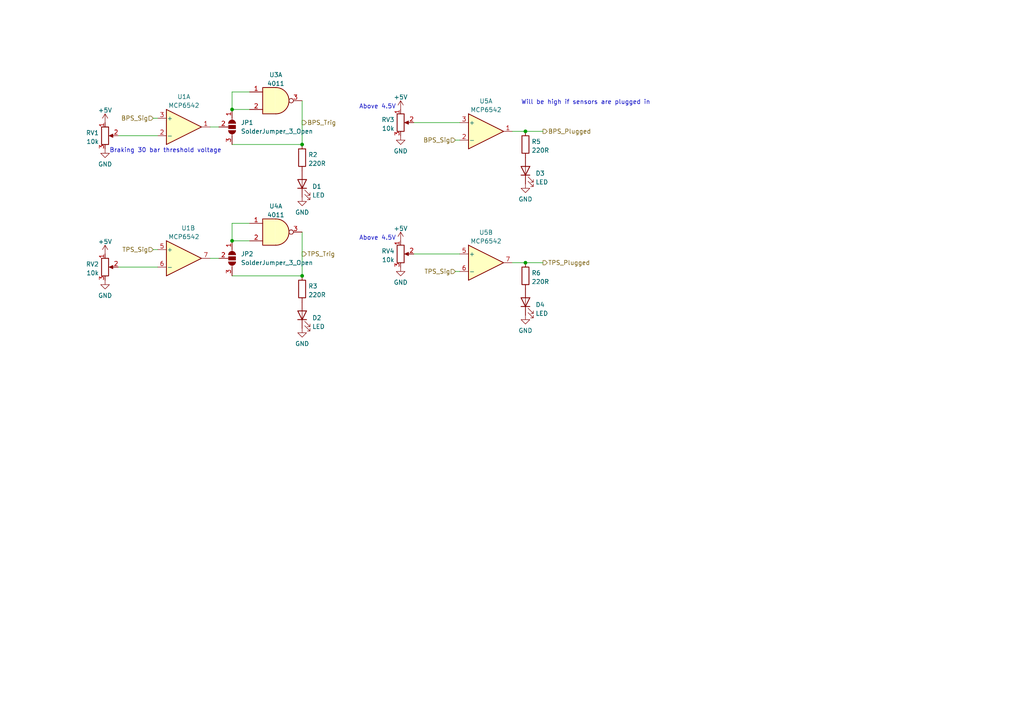
<source format=kicad_sch>
(kicad_sch (version 20230121) (generator eeschema)
  (paper "A4")
  (lib_symbols
    (symbol "4xxx:4011" (pin_names (offset 1.016))
      (property "Reference" "U" (at 0 1.27 0))
      (property "Value" "4011" (at 0 -1.27 0))
      (symbol "4011_1_1"
        (arc (start 0 -3.81) (mid 3.7934 0) (end 0 3.81) (stroke (width 0.254)) (fill (type background)))
        (polyline (pts (xy 0 3.81) (xy -3.81 3.81) (xy -3.81 -3.81) (xy 0 -3.81)) (stroke (width 0.254)) (fill (type background)))
        (pin input line (at -7.62 2.54 0) (length 3.81) (name "~") (number "1"))
        (pin input line (at -7.62 -2.54 0) (length 3.81) (name "~") (number "2"))
        (pin output inverted (at 7.62 0 180) (length 3.81) (name "~") (number "3"))
      )
      (symbol "4011_1_2"
        (arc (start -3.81 -3.81) (mid -2.589 0) (end -3.81 3.81) (stroke (width 0.254)))
        (arc (start -0.6096 -3.81) (mid 2.1842 -2.5851) (end 3.81 0) (stroke (width 0.254)) (fill (type background)))
        (polyline (pts (xy -3.81 -3.81) (xy -0.635 -3.81)) (stroke (width 0.254)) (fill (type background)))
        (polyline (pts (xy -3.81 3.81) (xy -0.635 3.81)) (stroke (width 0.254)) (fill (type background)))
        (polyline (pts (xy -0.635 3.81) (xy -3.81 3.81) (xy -3.81 3.81) (xy -3.556 3.4036) (xy -3.0226 2.2606) (xy -2.6924 1.0414) (xy -2.6162 -0.254) (xy -2.7686 -1.4986) (xy -3.175 -2.7178) (xy -3.81 -3.81) (xy -3.81 -3.81) (xy -0.635 -3.81)) (stroke (width -25.4)) (fill (type background)))
        (arc (start 3.81 0) (mid 2.1915 2.5936) (end -0.6096 3.81) (stroke (width 0.254)) (fill (type background)))
        (pin input inverted (at -7.62 2.54 0) (length 4.318) (name "~") (number "1"))
        (pin input inverted (at -7.62 -2.54 0) (length 4.318) (name "~") (number "2"))
        (pin output line (at 7.62 0 180) (length 3.81) (name "~") (number "3"))
      )
      (symbol "4011_2_1"
        (arc (start 0 -3.81) (mid 3.7934 0) (end 0 3.81) (stroke (width 0.254)) (fill (type background)))
        (polyline (pts (xy 0 3.81) (xy -3.81 3.81) (xy -3.81 -3.81) (xy 0 -3.81)) (stroke (width 0.254)) (fill (type background)))
        (pin output inverted (at 7.62 0 180) (length 3.81) (name "~") (number "4"))
        (pin input line (at -7.62 2.54 0) (length 3.81) (name "~") (number "5"))
        (pin input line (at -7.62 -2.54 0) (length 3.81) (name "~") (number "6"))
      )
      (symbol "4011_2_2"
        (arc (start -3.81 -3.81) (mid -2.589 0) (end -3.81 3.81) (stroke (width 0.254)))
        (arc (start -0.6096 -3.81) (mid 2.1842 -2.5851) (end 3.81 0) (stroke (width 0.254)) (fill (type background)))
        (polyline (pts (xy -3.81 -3.81) (xy -0.635 -3.81)) (stroke (width 0.254)) (fill (type background)))
        (polyline (pts (xy -3.81 3.81) (xy -0.635 3.81)) (stroke (width 0.254)) (fill (type background)))
        (polyline (pts (xy -0.635 3.81) (xy -3.81 3.81) (xy -3.81 3.81) (xy -3.556 3.4036) (xy -3.0226 2.2606) (xy -2.6924 1.0414) (xy -2.6162 -0.254) (xy -2.7686 -1.4986) (xy -3.175 -2.7178) (xy -3.81 -3.81) (xy -3.81 -3.81) (xy -0.635 -3.81)) (stroke (width -25.4)) (fill (type background)))
        (arc (start 3.81 0) (mid 2.1915 2.5936) (end -0.6096 3.81) (stroke (width 0.254)) (fill (type background)))
        (pin output line (at 7.62 0 180) (length 3.81) (name "~") (number "4"))
        (pin input inverted (at -7.62 2.54 0) (length 4.318) (name "~") (number "5"))
        (pin input inverted (at -7.62 -2.54 0) (length 4.318) (name "~") (number "6"))
      )
      (symbol "4011_3_1"
        (arc (start 0 -3.81) (mid 3.7934 0) (end 0 3.81) (stroke (width 0.254)) (fill (type background)))
        (polyline (pts (xy 0 3.81) (xy -3.81 3.81) (xy -3.81 -3.81) (xy 0 -3.81)) (stroke (width 0.254)) (fill (type background)))
        (pin output inverted (at 7.62 0 180) (length 3.81) (name "~") (number "10"))
        (pin input line (at -7.62 2.54 0) (length 3.81) (name "~") (number "8"))
        (pin input line (at -7.62 -2.54 0) (length 3.81) (name "~") (number "9"))
      )
      (symbol "4011_3_2"
        (arc (start -3.81 -3.81) (mid -2.589 0) (end -3.81 3.81) (stroke (width 0.254)))
        (arc (start -0.6096 -3.81) (mid 2.1842 -2.5851) (end 3.81 0) (stroke (width 0.254)) (fill (type background)))
        (polyline (pts (xy -3.81 -3.81) (xy -0.635 -3.81)) (stroke (width 0.254)) (fill (type background)))
        (polyline (pts (xy -3.81 3.81) (xy -0.635 3.81)) (stroke (width 0.254)) (fill (type background)))
        (polyline (pts (xy -0.635 3.81) (xy -3.81 3.81) (xy -3.81 3.81) (xy -3.556 3.4036) (xy -3.0226 2.2606) (xy -2.6924 1.0414) (xy -2.6162 -0.254) (xy -2.7686 -1.4986) (xy -3.175 -2.7178) (xy -3.81 -3.81) (xy -3.81 -3.81) (xy -0.635 -3.81)) (stroke (width -25.4)) (fill (type background)))
        (arc (start 3.81 0) (mid 2.1915 2.5936) (end -0.6096 3.81) (stroke (width 0.254)) (fill (type background)))
        (pin output line (at 7.62 0 180) (length 3.81) (name "~") (number "10"))
        (pin input inverted (at -7.62 2.54 0) (length 4.318) (name "~") (number "8"))
        (pin input inverted (at -7.62 -2.54 0) (length 4.318) (name "~") (number "9"))
      )
      (symbol "4011_4_1"
        (arc (start 0 -3.81) (mid 3.7934 0) (end 0 3.81) (stroke (width 0.254)) (fill (type background)))
        (polyline (pts (xy 0 3.81) (xy -3.81 3.81) (xy -3.81 -3.81) (xy 0 -3.81)) (stroke (width 0.254)) (fill (type background)))
        (pin output inverted (at 7.62 0 180) (length 3.81) (name "~") (number "11"))
        (pin input line (at -7.62 2.54 0) (length 3.81) (name "~") (number "12"))
        (pin input line (at -7.62 -2.54 0) (length 3.81) (name "~") (number "13"))
      )
      (symbol "4011_4_2"
        (arc (start -3.81 -3.81) (mid -2.589 0) (end -3.81 3.81) (stroke (width 0.254)))
        (arc (start -0.6096 -3.81) (mid 2.1842 -2.5851) (end 3.81 0) (stroke (width 0.254)) (fill (type background)))
        (polyline (pts (xy -3.81 -3.81) (xy -0.635 -3.81)) (stroke (width 0.254)) (fill (type background)))
        (polyline (pts (xy -3.81 3.81) (xy -0.635 3.81)) (stroke (width 0.254)) (fill (type background)))
        (polyline (pts (xy -0.635 3.81) (xy -3.81 3.81) (xy -3.81 3.81) (xy -3.556 3.4036) (xy -3.0226 2.2606) (xy -2.6924 1.0414) (xy -2.6162 -0.254) (xy -2.7686 -1.4986) (xy -3.175 -2.7178) (xy -3.81 -3.81) (xy -3.81 -3.81) (xy -0.635 -3.81)) (stroke (width -25.4)) (fill (type background)))
        (arc (start 3.81 0) (mid 2.1915 2.5936) (end -0.6096 3.81) (stroke (width 0.254)) (fill (type background)))
        (pin output line (at 7.62 0 180) (length 3.81) (name "~") (number "11"))
        (pin input inverted (at -7.62 2.54 0) (length 4.318) (name "~") (number "12"))
        (pin input inverted (at -7.62 -2.54 0) (length 4.318) (name "~") (number "13"))
      )
      (symbol "4011_5_0"
        (pin power_in line (at 0 12.7 270) (length 5.08) (name "VDD") (number "14"))
        (pin power_in line (at 0 -12.7 90) (length 5.08) (name "VSS") (number "7"))
      )
      (symbol "4011_5_1"
        (rectangle (start -5.08 7.62) (end 5.08 -7.62) (stroke (width 0.254)) (fill (type background)))
      )
    )
    (symbol "Additional_Components:MCP6542" (pin_names (offset 0.127))
      (property "Reference" "U" (at 0 5.08 0))
      (property "Value" "MCP6542" (at 0 -5.08 0))
      (symbol "MCP6542_1_1"
        (polyline (pts (xy -5.08 5.08) (xy 5.08 0) (xy -5.08 -5.08) (xy -5.08 5.08)) (stroke (width 0.254)) (fill (type background)))
        (pin output line (at 7.62 0 180) (length 2.54) (name "~") (number "1"))
        (pin input line (at -7.62 -2.54 0) (length 2.54) (name "-") (number "2"))
        (pin input line (at -7.62 2.54 0) (length 2.54) (name "+") (number "3"))
      )
      (symbol "MCP6542_2_1"
        (polyline (pts (xy -5.08 5.08) (xy 5.08 0) (xy -5.08 -5.08) (xy -5.08 5.08)) (stroke (width 0.254)) (fill (type background)))
        (pin input line (at -7.62 2.54 0) (length 2.54) (name "+") (number "5"))
        (pin input line (at -7.62 -2.54 0) (length 2.54) (name "-") (number "6"))
        (pin output line (at 7.62 0 180) (length 2.54) (name "~") (number "7"))
      )
      (symbol "MCP6542_3_1"
        (polyline (pts (xy -5.08 5.08) (xy 5.08 0) (xy -5.08 -5.08) (xy -5.08 5.08)) (stroke (width 0.254)) (fill (type background)))
        (pin power_in line (at -5.08 -7.62 90) (length 2.54) (name "Vss") (number "4"))
        (pin power_in line (at -5.08 7.62 270) (length 2.54) (name "Vdd") (number "8"))
      )
    )
    (symbol "Device:LED" (pin_numbers hide) (pin_names (offset 1.016) hide)
      (property "Reference" "D" (at 0 2.54 0))
      (property "Value" "LED" (at 0 -2.54 0))
      (symbol "LED_0_1"
        (polyline (pts (xy -1.27 -1.27) (xy -1.27 1.27)) (stroke (width 0.254)))
        (polyline (pts (xy -1.27 0) (xy 1.27 0)))
        (polyline (pts (xy 1.27 -1.27) (xy 1.27 1.27) (xy -1.27 0) (xy 1.27 -1.27)) (stroke (width 0.254)))
        (polyline (pts (xy -3.048 -0.762) (xy -4.572 -2.286) (xy -3.81 -2.286) (xy -4.572 -2.286) (xy -4.572 -1.524)))
        (polyline (pts (xy -1.778 -0.762) (xy -3.302 -2.286) (xy -2.54 -2.286) (xy -3.302 -2.286) (xy -3.302 -1.524)))
      )
      (symbol "LED_1_1"
        (pin passive line (at -3.81 0 0) (length 2.54) (name "K") (number "1"))
        (pin passive line (at 3.81 0 180) (length 2.54) (name "A") (number "2"))
      )
    )
    (symbol "Device:R" (pin_numbers hide) (pin_names (offset 0))
      (property "Reference" "R" (at 2.032 0 90))
      (property "Value" "R" (at 0 0 90))
      (symbol "R_0_1"
        (rectangle (start -1.016 -2.54) (end 1.016 2.54) (stroke (width 0.254)))
      )
      (symbol "R_1_1"
        (pin passive line (at 0 3.81 270) (length 1.27) (name "~") (number "1"))
        (pin passive line (at 0 -3.81 90) (length 1.27) (name "~") (number "2"))
      )
    )
    (symbol "Device:R_Potentiometer" (pin_names (offset 1.016) hide)
      (property "Reference" "RV" (at -4.445 0 90))
      (property "Value" "R_Potentiometer" (at -2.54 0 90))
      (symbol "R_Potentiometer_0_1"
        (polyline (pts (xy 2.54 0) (xy 1.524 0)))
        (polyline (pts (xy 1.143 0) (xy 2.286 0.508) (xy 2.286 -0.508) (xy 1.143 0)) (fill (type outline)))
        (rectangle (start 1.016 2.54) (end -1.016 -2.54) (stroke (width 0.254)))
      )
      (symbol "R_Potentiometer_1_1"
        (pin passive line (at 0 3.81 270) (length 1.27) (name "1") (number "1"))
        (pin passive line (at 3.81 0 180) (length 1.27) (name "2") (number "2"))
        (pin passive line (at 0 -3.81 90) (length 1.27) (name "3") (number "3"))
      )
    )
    (symbol "Jumper:SolderJumper_3_Open" (pin_names (offset 0) hide)
      (property "Reference" "JP" (at -2.54 -2.54 0))
      (property "Value" "SolderJumper_3_Open" (at 0 2.794 0))
      (symbol "SolderJumper_3_Open_0_1"
        (arc (start -1.016 1.016) (mid -2.0276 0) (end -1.016 -1.016))
        (arc (start -1.016 1.016) (mid -2.0276 0) (end -1.016 -1.016) (fill (type outline)))
        (rectangle (start -0.508 1.016) (end 0.508 -1.016) (fill (type outline)))
        (polyline (pts (xy -2.54 0) (xy -2.032 0)))
        (polyline (pts (xy -1.016 1.016) (xy -1.016 -1.016)))
        (polyline (pts (xy 0 -1.27) (xy 0 -1.016)))
        (polyline (pts (xy 1.016 1.016) (xy 1.016 -1.016)))
        (polyline (pts (xy 2.54 0) (xy 2.032 0)))
        (arc (start 1.016 -1.016) (mid 2.0276 0) (end 1.016 1.016))
        (arc (start 1.016 -1.016) (mid 2.0276 0) (end 1.016 1.016) (fill (type outline)))
      )
      (symbol "SolderJumper_3_Open_1_1"
        (pin passive line (at -5.08 0 0) (length 2.54) (name "A") (number "1"))
        (pin passive line (at 0 -3.81 90) (length 2.54) (name "C") (number "2"))
        (pin passive line (at 5.08 0 180) (length 2.54) (name "B") (number "3"))
      )
    )
    (symbol "power:+5V" (power) (pin_names (offset 0))
      (property "Value" "+5V" (at 0 3.556 0))
      (symbol "+5V_0_1"
        (polyline (pts (xy -0.762 1.27) (xy 0 2.54)))
        (polyline (pts (xy 0 0) (xy 0 2.54)))
        (polyline (pts (xy 0 2.54) (xy 0.762 1.27)))
      )
      (symbol "+5V_1_1"
        (pin power_in line (at 0 0 90) (length 0) hide (name "+5V") (number "1"))
      )
    )
    (symbol "power:GND" (power) (pin_names (offset 0))
      (property "Value" "GND" (at 0 -3.81 0))
      (symbol "GND_0_1"
        (polyline (pts (xy 0 0) (xy 0 -1.27) (xy 1.27 -1.27) (xy 0 -2.54) (xy -1.27 -1.27) (xy 0 -1.27)))
      )
      (symbol "GND_1_1"
        (pin power_in line (at 0 0 270) (length 0) hide (name "GND") (number "1"))
      )
    )
  )
  (junction (at 87.63 41.91))
  (junction (at 67.31 31.75))
  (junction (at 152.4 38.1))
  (junction (at 67.31 69.85))
  (junction (at 152.4 76.2))
  (junction (at 87.63 80.01))
  (wire (pts (xy 44.45 34.29) (xy 45.72 34.29)))
  (wire (pts (xy 60.96 74.93) (xy 63.5 74.93)))
  (wire (pts (xy 148.59 38.1) (xy 152.4 38.1)))
  (wire (pts (xy 34.29 39.37) (xy 45.72 39.37)))
  (wire (pts (xy 72.39 64.77) (xy 67.31 64.77)))
  (wire (pts (xy 148.59 76.2) (xy 152.4 76.2)))
  (wire (pts (xy 67.31 80.01) (xy 87.63 80.01)))
  (wire (pts (xy 152.4 38.1) (xy 157.48 38.1)))
  (wire (pts (xy 60.96 36.83) (xy 63.5 36.83)))
  (wire (pts (xy 67.31 69.85) (xy 72.39 69.85)))
  (wire (pts (xy 72.39 26.67) (xy 67.31 26.67)))
  (wire (pts (xy 132.08 78.74) (xy 133.35 78.74)))
  (wire (pts (xy 67.31 41.91) (xy 87.63 41.91)))
  (wire (pts (xy 67.31 26.67) (xy 67.31 31.75)))
  (wire (pts (xy 132.08 40.64) (xy 133.35 40.64)))
  (wire (pts (xy 67.31 31.75) (xy 72.39 31.75)))
  (wire (pts (xy 87.63 29.21) (xy 87.63 41.91)))
  (wire (pts (xy 152.4 76.2) (xy 157.48 76.2)))
  (wire (pts (xy 45.72 72.39) (xy 44.45 72.39)))
  (wire (pts (xy 87.63 67.31) (xy 87.63 80.01)))
  (wire (pts (xy 67.31 64.77) (xy 67.31 69.85)))
  (wire (pts (xy 120.015 73.66) (xy 133.35 73.66)))
  (wire (pts (xy 34.29 77.47) (xy 45.72 77.47)))
  (wire (pts (xy 120.015 35.56) (xy 133.35 35.56)))
  (text "Will be high if sensors are plugged in" (at 151.13 30.48 0) (effects (font (size 1.27 1.27)) (justify left bottom)))
  (text "Above 4.5V" (at 104.14 31.75 0) (effects (font (size 1.27 1.27)) (justify left bottom)))
  (text "Braking 30 bar threshold voltage\n" (at 31.75 44.45 0) (effects (font (size 1.27 1.27)) (justify left bottom)))
  (text "Above 4.5V" (at 104.14 69.85 0) (effects (font (size 1.27 1.27)) (justify left bottom)))
  (hierarchical_label "BPS_Sig" (shape input) (at 132.08 40.64 180))
  (hierarchical_label "TPS_Trig" (shape output) (at 87.63 73.66 0))
  (hierarchical_label "BPS_Plugged" (shape output) (at 157.48 38.1 0))
  (hierarchical_label "BPS_Sig" (shape input) (at 44.45 34.29 180))
  (hierarchical_label "BPS_Trig" (shape output) (at 87.63 35.56 0))
  (hierarchical_label "TPS_Plugged" (shape output) (at 157.48 76.2 0))
  (hierarchical_label "TPS_Sig" (shape input) (at 132.08 78.74 180))
  (hierarchical_label "TPS_Sig" (shape input) (at 44.45 72.39 180))
  (symbol (lib_id "power:GND") (at 116.205 77.47 0) (unit 1)
    (property "Reference" "#PWR019" (effects hide))
    (property "Value" "GND" (at 116.205 81.9134 0))
    (instances (project "New BSPD" (path "" (reference "#PWR019") (unit 1)) (path "" (reference "#PWR017") (unit 1))) (project "BSPD - FSG" (path "" (reference "#PWR041") (unit 1))))
  )
  (symbol (lib_id "Jumper:SolderJumper_3_Open") (at 67.31 74.93 270) (unit 1)
    (property "Reference" "JP2" (at 69.85 73.66 90) (effects (justify left)))
    (property "Value" "SolderJumper_3_Open" (at 69.85 76.2 90) (effects (justify left)))
  )
  (symbol (lib_id "Device:R") (at 87.63 45.72 180) (unit 1)
    (property "Reference" "R2" (at 89.408 44.8853 0) (effects (justify right)))
    (property "Value" "220R" (at 89.408 47.4222 0) (effects (justify right)))
    (property "Footprint" "Resistor_THT:R_Axial_DIN0207_L6.3mm_D2.5mm_P7.62mm_Horizontal" (effects hide))
    (instances (project "New BSPD" (path "" (reference "R2") (unit 1)) (path "" (reference "R3") (unit 1))) (project "BSPD - FSG" (path "" (reference "R8") (unit 1))))
  )
  (symbol (lib_id "Device:LED") (at 152.4 87.63 90) (unit 1)
    (property "Reference" "D4" (at 155.321 88.3828 90) (effects (justify right)))
    (property "Value" "LED" (at 155.321 90.9197 90) (effects (justify right)))
    (property "Footprint" "LED_THT:LED_D5.0mm" (effects hide))
    (instances (project "New BSPD" (path "" (reference "D4") (unit 1)) (path "" (reference "D3") (unit 1))) (project "BSPD - FSG" (path "" (reference "D7") (unit 1))))
  )
  (symbol (lib_id "Device:R_Potentiometer") (at 116.205 73.66 0) (unit 1)
    (property "Reference" "RV4" (at 114.4271 72.8253 0) (effects (justify right)))
    (property "Value" "10k" (at 114.4271 75.3622 0) (effects (justify right)))
    (property "Footprint" "Potentiometer_THT:Potentiometer_Bourns_3296Y_Vertical" (effects hide))
    (instances (project "New BSPD" (path "" (reference "RV4") (unit 1)) (path "" (reference "RV3") (unit 1))) (project "BSPD - FSG" (path "" (reference "RV4") (unit 1))))
  )
  (symbol (lib_id "Jumper:SolderJumper_3_Open") (at 67.31 36.83 270) (unit 1)
    (property "Reference" "JP1" (at 69.85 35.56 90) (effects (justify left)))
    (property "Value" "SolderJumper_3_Open" (at 69.85 38.1 90) (effects (justify left)))
  )
  (symbol (lib_id "4xxx:4011") (at 80.01 29.21 0) (unit 1)
    (property "Reference" "U3" (at 80.01 21.7002 0))
    (property "Value" "4011" (at 80.01 24.2371 0))
    (property "Footprint" "Package_DIP:DIP-14_W7.62mm_LongPads" (effects hide))
    (property "Datasheet" "http://www.intersil.com/content/dam/Intersil/documents/cd40/cd4011bms-12bms-23bms.pdf" (effects hide))
    (instances (project "New BSPD" (path "" (reference "U3") (unit 1)) (path "" (reference "U1") (unit 1))) (project "BSPD - FSG" (path "" (reference "U2") (unit 1))))
  )
  (symbol (lib_id "power:GND") (at 116.205 39.37 0) (unit 1)
    (property "Reference" "#PWR016" (effects hide))
    (property "Value" "GND" (at 116.205 43.8134 0))
    (instances (project "New BSPD" (path "" (reference "#PWR016") (unit 1)) (path "" (reference "#PWR06") (unit 1))) (project "BSPD - FSG" (path "" (reference "#PWR038") (unit 1))))
  )
  (symbol (lib_id "Additional_Components:MCP6542") (at 140.97 76.2 0) (unit 2)
    (property "Reference" "U5" (at 140.97 67.4202 0))
    (property "Value" "MCP6542" (at 140.97 69.9571 0))
    (property "Footprint" "Package_DIP:DIP-8_W7.62mm_LongPads" (effects hide))
    (property "Datasheet" "https://ww1.microchip.com/downloads/aemDocuments/documents/APID/ProductDocuments/DataSheets/MCP6541OutputSubMicroampComparators20001696K.pdf" (effects hide))
    (instances (project "New BSPD" (path "" (reference "U5") (unit 2)) (path "" (reference "U4") (unit 2))) (project "BSPD - FSG" (path "" (reference "U6") (unit 2))))
  )
  (symbol (lib_id "power:GND") (at 30.48 43.18 0) (unit 1)
    (property "Reference" "#PWR05" (effects hide))
    (property "Value" "GND" (at 30.48 47.6234 0))
    (instances (project "New BSPD" (path "" (reference "#PWR05") (unit 1)) (path "" (reference "#PWR07") (unit 1))) (project "BSPD - FSG" (path "" (reference "#PWR022") (unit 1))))
  )
  (symbol (lib_id "power:GND") (at 87.63 95.25 0) (unit 1)
    (property "Reference" "#PWR012" (effects hide))
    (property "Value" "GND" (at 87.63 99.6934 0))
    (instances (project "New BSPD" (path "" (reference "#PWR012") (unit 1)) (path "" (reference "#PWR020") (unit 1))) (project "BSPD - FSG" (path "" (reference "#PWR023") (unit 1))))
  )
  (symbol (lib_id "Device:R_Potentiometer") (at 116.205 35.56 0) (unit 1)
    (property "Reference" "RV3" (at 114.4271 34.7253 0) (effects (justify right)))
    (property "Value" "10k" (at 114.4271 37.2622 0) (effects (justify right)))
    (property "Footprint" "Potentiometer_THT:Potentiometer_Bourns_3296Y_Vertical" (effects hide))
    (instances (project "New BSPD" (path "" (reference "RV3") (unit 1)) (path "" (reference "RV1") (unit 1))) (project "BSPD - FSG" (path "" (reference "RV3") (unit 1))))
  )
  (symbol (lib_id "Device:LED") (at 87.63 91.44 90) (unit 1)
    (property "Reference" "D2" (at 90.551 92.1928 90) (effects (justify right)))
    (property "Value" "LED" (at 90.551 94.7297 90) (effects (justify right)))
    (property "Footprint" "LED_THT:LED_D5.0mm" (effects hide))
    (instances (project "New BSPD" (path "" (reference "D2") (unit 1)) (path "" (reference "D4") (unit 1))) (project "BSPD - FSG" (path "" (reference "D2") (unit 1))))
  )
  (symbol (lib_id "Device:LED") (at 152.4 49.53 90) (unit 1)
    (property "Reference" "D3" (at 155.321 50.2828 90) (effects (justify right)))
    (property "Value" "LED" (at 155.321 52.8197 90) (effects (justify right)))
    (property "Footprint" "LED_THT:LED_D5.0mm" (effects hide))
    (instances (project "New BSPD" (path "" (reference "D3") (unit 1)) (path "" (reference "D1") (unit 1))) (project "BSPD - FSG" (path "" (reference "D6") (unit 1))))
  )
  (symbol (lib_id "Device:R") (at 87.63 83.82 180) (unit 1)
    (property "Reference" "R3" (at 89.408 82.9853 0) (effects (justify right)))
    (property "Value" "220R" (at 89.408 85.5222 0) (effects (justify right)))
    (property "Footprint" "Resistor_THT:R_Axial_DIN0207_L6.3mm_D2.5mm_P7.62mm_Horizontal" (effects hide))
    (instances (project "New BSPD" (path "" (reference "R3") (unit 1)) (path "" (reference "R6") (unit 1))) (project "BSPD - FSG" (path "" (reference "R8") (unit 1))))
  )
  (symbol (lib_id "power:+5V") (at 30.48 35.56 0) (unit 1)
    (property "Reference" "#PWR04" (effects hide))
    (property "Value" "+5V" (at 30.48 31.9842 0))
    (instances (project "New BSPD" (path "" (reference "#PWR04") (unit 1)) (path "" (reference "#PWR05") (unit 1))) (project "BSPD - FSG" (path "" (reference "#PWR021") (unit 1))))
  )
  (symbol (lib_id "Device:R_Potentiometer") (at 30.48 77.47 0) (unit 1)
    (property "Reference" "RV2" (at 28.7021 76.6353 0) (effects (justify right)))
    (property "Value" "10k" (at 28.7021 79.1722 0) (effects (justify right)))
    (property "Footprint" "Potentiometer_THT:Potentiometer_Bourns_3296Y_Vertical" (effects hide))
    (instances (project "New BSPD" (path "" (reference "RV2") (unit 1)) (path "" (reference "RV4") (unit 1))) (project "BSPD - FSG" (path "" (reference "RV2") (unit 1))))
  )
  (symbol (lib_id "power:GND") (at 152.4 91.44 0) (unit 1)
    (property "Reference" "#PWR020" (effects hide))
    (property "Value" "GND" (at 152.4 95.8834 0))
    (instances (project "New BSPD" (path "" (reference "#PWR020") (unit 1)) (path "" (reference "#PWR019") (unit 1))) (project "BSPD - FSG" (path "" (reference "#PWR042") (unit 1))))
  )
  (symbol (lib_id "Device:R_Potentiometer") (at 30.48 39.37 0) (unit 1)
    (property "Reference" "RV1" (at 28.7021 38.5353 0) (effects (justify right)))
    (property "Value" "10k" (at 28.7021 41.0722 0) (effects (justify right)))
    (property "Footprint" "Potentiometer_THT:Potentiometer_Bourns_3296Y_Vertical" (effects hide))
    (instances (project "New BSPD" (path "" (reference "RV1") (unit 1)) (path "" (reference "RV2") (unit 1))) (project "BSPD - FSG" (path "" (reference "RV1") (unit 1))))
  )
  (symbol (lib_id "Additional_Components:MCP6542") (at 140.97 38.1 0) (unit 1)
    (property "Reference" "U5" (at 140.97 29.3202 0))
    (property "Value" "MCP6542" (at 140.97 31.8571 0))
    (property "Footprint" "Package_DIP:DIP-8_W7.62mm_LongPads" (effects hide))
    (property "Datasheet" "https://ww1.microchip.com/downloads/aemDocuments/documents/APID/ProductDocuments/DataSheets/MCP6541OutputSubMicroampComparators20001696K.pdf" (effects hide))
    (instances (project "New BSPD" (path "" (reference "U5") (unit 1)) (path "" (reference "U4") (unit 1))) (project "BSPD - FSG" (path "" (reference "U6") (unit 1))))
  )
  (symbol (lib_id "Device:R") (at 152.4 41.91 180) (unit 1)
    (property "Reference" "R5" (at 154.178 41.0753 0) (effects (justify right)))
    (property "Value" "220R" (at 154.178 43.6122 0) (effects (justify right)))
    (property "Footprint" "Resistor_THT:R_Axial_DIN0207_L6.3mm_D2.5mm_P7.62mm_Horizontal" (effects hide))
    (instances (project "New BSPD" (path "" (reference "R5") (unit 1)) (path "" (reference "R2") (unit 1))) (project "BSPD - FSG" (path "" (reference "R20") (unit 1))))
  )
  (symbol (lib_id "power:GND") (at 87.63 57.15 0) (unit 1)
    (property "Reference" "#PWR06" (effects hide))
    (property "Value" "GND" (at 87.63 61.5934 0))
    (instances (project "New BSPD" (path "" (reference "#PWR06") (unit 1)) (path "" (reference "#PWR012") (unit 1))) (project "BSPD - FSG" (path "" (reference "#PWR023") (unit 1))))
  )
  (symbol (lib_id "Device:LED") (at 87.63 53.34 90) (unit 1)
    (property "Reference" "D1" (at 90.551 54.0928 90) (effects (justify right)))
    (property "Value" "LED" (at 90.551 56.6297 90) (effects (justify right)))
    (property "Footprint" "LED_THT:LED_D5.0mm" (effects hide))
    (instances (project "New BSPD" (path "" (reference "D1") (unit 1)) (path "" (reference "D2") (unit 1))) (project "BSPD - FSG" (path "" (reference "D2") (unit 1))))
  )
  (symbol (lib_id "power:GND") (at 30.48 81.28 0) (unit 1)
    (property "Reference" "#PWR08" (effects hide))
    (property "Value" "GND" (at 30.48 85.7234 0))
    (instances (project "New BSPD" (path "" (reference "#PWR08") (unit 1)) (path "" (reference "#PWR018") (unit 1))) (project "BSPD - FSG" (path "" (reference "#PWR030") (unit 1))))
  )
  (symbol (lib_id "power:+5V") (at 30.48 73.66 0) (unit 1)
    (property "Reference" "#PWR07" (effects hide))
    (property "Value" "+5V" (at 30.48 70.0842 0))
    (instances (project "New BSPD" (path "" (reference "#PWR07") (unit 1)) (path "" (reference "#PWR016") (unit 1))) (project "BSPD - FSG" (path "" (reference "#PWR026") (unit 1))))
  )
  (symbol (lib_id "Additional_Components:MCP6542") (at 53.34 36.83 0) (unit 1)
    (property "Reference" "U1" (at 53.34 28.0502 0))
    (property "Value" "MCP6542" (at 53.34 30.5871 0))
    (property "Footprint" "Package_DIP:DIP-8_W7.62mm_LongPads" (effects hide))
    (property "Datasheet" "https://ww1.microchip.com/downloads/aemDocuments/documents/APID/ProductDocuments/DataSheets/MCP6541OutputSubMicroampComparators20001696K.pdf" (effects hide))
    (instances (project "New BSPD" (path "" (reference "U1") (unit 1)) (path "" (reference "U3") (unit 1))) (project "BSPD - FSG" (path "" (reference "U5") (unit 1))))
  )
  (symbol (lib_id "Device:R") (at 152.4 80.01 180) (unit 1)
    (property "Reference" "R6" (at 154.178 79.1753 0) (effects (justify right)))
    (property "Value" "220R" (at 154.178 81.7122 0) (effects (justify right)))
    (property "Footprint" "Resistor_THT:R_Axial_DIN0207_L6.3mm_D2.5mm_P7.62mm_Horizontal" (effects hide))
    (instances (project "New BSPD" (path "" (reference "R6") (unit 1)) (path "" (reference "R5") (unit 1))) (project "BSPD - FSG" (path "" (reference "R21") (unit 1))))
  )
  (symbol (lib_id "Additional_Components:MCP6542") (at 53.34 74.93 0) (unit 2)
    (property "Reference" "U1" (at 54.61 66.1502 0))
    (property "Value" "MCP6542" (at 53.34 68.6871 0))
    (property "Footprint" "Package_DIP:DIP-8_W7.62mm_LongPads" (effects hide))
    (property "Datasheet" "https://ww1.microchip.com/downloads/aemDocuments/documents/APID/ProductDocuments/DataSheets/MCP6541OutputSubMicroampComparators20001696K.pdf" (effects hide))
    (instances (project "New BSPD" (path "" (reference "U1") (unit 2)) (path "" (reference "U3") (unit 2))) (project "BSPD - FSG" (path "" (reference "U5") (unit 2))))
  )
  (symbol (lib_id "power:+5V") (at 116.205 69.85 0) (unit 1)
    (property "Reference" "#PWR018" (effects hide))
    (property "Value" "+5V" (at 116.205 66.2742 0))
    (instances (project "New BSPD" (path "" (reference "#PWR018") (unit 1)) (path "" (reference "#PWR015") (unit 1))) (project "BSPD - FSG" (path "" (reference "#PWR040") (unit 1))))
  )
  (symbol (lib_id "4xxx:4011") (at 80.01 67.31 0) (unit 1)
    (property "Reference" "U4" (at 80.01 59.8002 0))
    (property "Value" "4011" (at 80.01 62.3371 0))
    (property "Footprint" "Package_DIP:DIP-14_W7.62mm_LongPads" (effects hide))
    (property "Datasheet" "http://www.intersil.com/content/dam/Intersil/documents/cd40/cd4011bms-12bms-23bms.pdf" (effects hide))
    (instances (project "New BSPD" (path "" (reference "U4") (unit 1)) (path "" (reference "U10") (unit 1))) (project "BSPD - FSG" (path "" (reference "U2") (unit 1))))
  )
  (symbol (lib_id "power:+5V") (at 116.205 31.75 0) (unit 1)
    (property "Reference" "#PWR015" (effects hide))
    (property "Value" "+5V" (at 116.205 28.1742 0))
    (instances (project "New BSPD" (path "" (reference "#PWR015") (unit 1)) (path "" (reference "#PWR04") (unit 1))) (project "BSPD - FSG" (path "" (reference "#PWR037") (unit 1))))
  )
  (symbol (lib_id "power:GND") (at 152.4 53.34 0) (unit 1)
    (property "Reference" "#PWR017" (effects hide))
    (property "Value" "GND" (at 152.4 57.7834 0))
    (instances (project "New BSPD" (path "" (reference "#PWR017") (unit 1)) (path "" (reference "#PWR08") (unit 1))) (project "BSPD - FSG" (path "" (reference "#PWR039") (unit 1))))
  )
)
</source>
